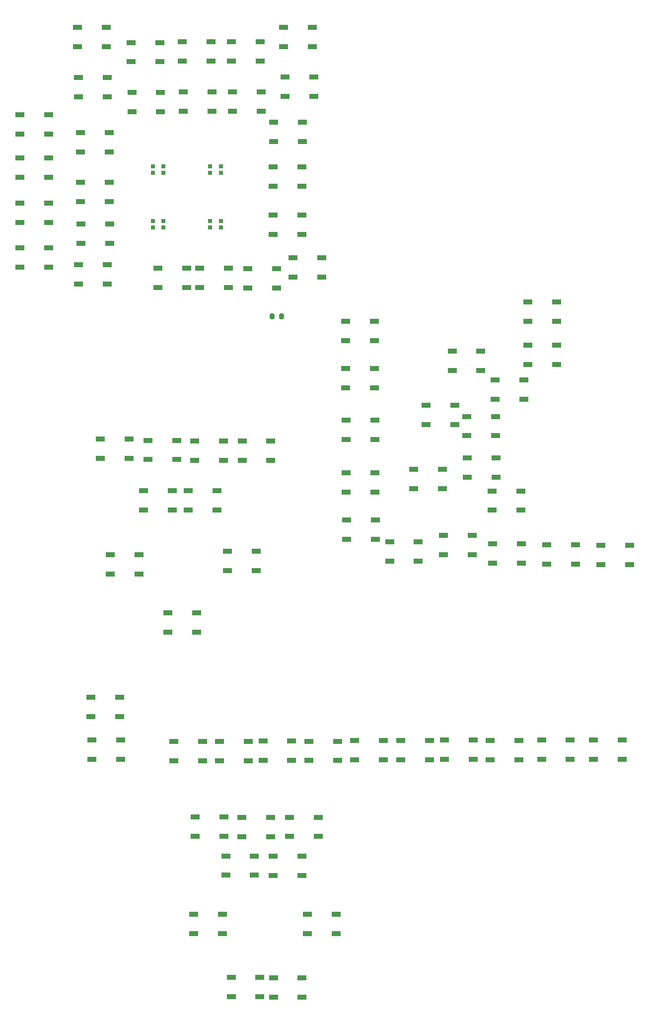
<source format=gbr>
%TF.GenerationSoftware,KiCad,Pcbnew,(6.0.9)*%
%TF.CreationDate,2022-12-27T00:48:20-09:00*%
%TF.ProjectId,PCB_ ECM DISP PANEL,5043422c-2045-4434-9d20-444953502050,rev?*%
%TF.SameCoordinates,Original*%
%TF.FileFunction,Paste,Top*%
%TF.FilePolarity,Positive*%
%FSLAX46Y46*%
G04 Gerber Fmt 4.6, Leading zero omitted, Abs format (unit mm)*
G04 Created by KiCad (PCBNEW (6.0.9)) date 2022-12-27 00:48:20*
%MOMM*%
%LPD*%
G01*
G04 APERTURE LIST*
G04 Aperture macros list*
%AMRoundRect*
0 Rectangle with rounded corners*
0 $1 Rounding radius*
0 $2 $3 $4 $5 $6 $7 $8 $9 X,Y pos of 4 corners*
0 Add a 4 corners polygon primitive as box body*
4,1,4,$2,$3,$4,$5,$6,$7,$8,$9,$2,$3,0*
0 Add four circle primitives for the rounded corners*
1,1,$1+$1,$2,$3*
1,1,$1+$1,$4,$5*
1,1,$1+$1,$6,$7*
1,1,$1+$1,$8,$9*
0 Add four rect primitives between the rounded corners*
20,1,$1+$1,$2,$3,$4,$5,0*
20,1,$1+$1,$4,$5,$6,$7,0*
20,1,$1+$1,$6,$7,$8,$9,0*
20,1,$1+$1,$8,$9,$2,$3,0*%
G04 Aperture macros list end*
%ADD10R,1.500000X0.900000*%
%ADD11R,0.700000X0.700000*%
%ADD12RoundRect,0.200000X-0.200000X-0.275000X0.200000X-0.275000X0.200000X0.275000X-0.200000X0.275000X0*%
G04 APERTURE END LIST*
D10*
%TO.C,D2*%
X58103600Y-10821400D03*
X58103600Y-14121400D03*
X63003600Y-14121400D03*
X63003600Y-10821400D03*
%TD*%
%TO.C,D3*%
X67210600Y-13387000D03*
X67210600Y-16687000D03*
X72110600Y-16687000D03*
X72110600Y-13387000D03*
%TD*%
%TO.C,D4*%
X75922800Y-13285400D03*
X75922800Y-16585400D03*
X80822800Y-16585400D03*
X80822800Y-13285400D03*
%TD*%
%TO.C,D5*%
X84304800Y-13285400D03*
X84304800Y-16585400D03*
X89204800Y-16585400D03*
X89204800Y-13285400D03*
%TD*%
%TO.C,D6*%
X93245600Y-10770800D03*
X93245600Y-14070800D03*
X98145600Y-14070800D03*
X98145600Y-10770800D03*
%TD*%
%TO.C,D7*%
X58267600Y-19355600D03*
X58267600Y-22655600D03*
X63167600Y-22655600D03*
X63167600Y-19355600D03*
%TD*%
%TO.C,D8*%
X67363000Y-21921400D03*
X67363000Y-25221400D03*
X72263000Y-25221400D03*
X72263000Y-21921400D03*
%TD*%
%TO.C,D9*%
X76126000Y-21794000D03*
X76126000Y-25094000D03*
X81026000Y-25094000D03*
X81026000Y-21794000D03*
%TD*%
%TO.C,D10*%
X84505800Y-21819400D03*
X84505800Y-25119400D03*
X89405800Y-25119400D03*
X89405800Y-21819400D03*
%TD*%
%TO.C,D11*%
X93474200Y-19304800D03*
X93474200Y-22604800D03*
X98374200Y-22604800D03*
X98374200Y-19304800D03*
%TD*%
%TO.C,D12*%
X48262200Y-25731000D03*
X48262200Y-29031000D03*
X53162200Y-29031000D03*
X53162200Y-25731000D03*
%TD*%
%TO.C,D13*%
X58625400Y-28753600D03*
X58625400Y-32053600D03*
X63525400Y-32053600D03*
X63525400Y-28753600D03*
%TD*%
%TO.C,D14*%
X91543800Y-27001400D03*
X91543800Y-30301400D03*
X96443800Y-30301400D03*
X96443800Y-27001400D03*
%TD*%
%TO.C,D15*%
X48262200Y-33071600D03*
X48262200Y-36371600D03*
X53162200Y-36371600D03*
X53162200Y-33071600D03*
%TD*%
%TO.C,D16*%
X58600000Y-37211800D03*
X58600000Y-40511800D03*
X63500000Y-40511800D03*
X63500000Y-37211800D03*
%TD*%
%TO.C,D17*%
X91416800Y-34621000D03*
X91416800Y-37921000D03*
X96316800Y-37921000D03*
X96316800Y-34621000D03*
%TD*%
%TO.C,D18*%
X48262200Y-40767800D03*
X48262200Y-44067800D03*
X53162200Y-44067800D03*
X53162200Y-40767800D03*
%TD*%
%TO.C,D19*%
X58648600Y-44298400D03*
X58648600Y-47598400D03*
X63548600Y-47598400D03*
X63548600Y-44298400D03*
%TD*%
%TO.C,D20*%
X91442200Y-42825200D03*
X91442200Y-46125200D03*
X96342200Y-46125200D03*
X96342200Y-42825200D03*
%TD*%
%TO.C,D21*%
X48262200Y-48362400D03*
X48262200Y-51662400D03*
X53162200Y-51662400D03*
X53162200Y-48362400D03*
%TD*%
%TO.C,D22*%
X58244400Y-51283800D03*
X58244400Y-54583800D03*
X63144400Y-54583800D03*
X63144400Y-51283800D03*
%TD*%
%TO.C,D23*%
X71808000Y-51867800D03*
X71808000Y-55167800D03*
X76708000Y-55167800D03*
X76708000Y-51867800D03*
%TD*%
%TO.C,D24*%
X78945400Y-51893000D03*
X78945400Y-55193000D03*
X83845400Y-55193000D03*
X83845400Y-51893000D03*
%TD*%
%TO.C,D25*%
X87098800Y-51918400D03*
X87098800Y-55218400D03*
X91998800Y-55218400D03*
X91998800Y-51918400D03*
%TD*%
%TO.C,D26*%
X94845800Y-50064200D03*
X94845800Y-53364200D03*
X99745800Y-53364200D03*
X99745800Y-50064200D03*
%TD*%
%TO.C,D27*%
X134851000Y-57659200D03*
X134851000Y-60959200D03*
X139751000Y-60959200D03*
X139751000Y-57659200D03*
%TD*%
%TO.C,D28*%
X134851000Y-64974000D03*
X134851000Y-68274000D03*
X139751000Y-68274000D03*
X139751000Y-64974000D03*
%TD*%
%TO.C,D29*%
X121973000Y-66041200D03*
X121973000Y-69341200D03*
X126873000Y-69341200D03*
X126873000Y-66041200D03*
%TD*%
%TO.C,D30*%
X129286000Y-70917600D03*
X129286000Y-74217600D03*
X134186000Y-74217600D03*
X134186000Y-70917600D03*
%TD*%
%TO.C,D31*%
X117503000Y-75261400D03*
X117503000Y-78561400D03*
X122403000Y-78561400D03*
X122403000Y-75261400D03*
%TD*%
%TO.C,D32*%
X124485000Y-77140600D03*
X124485000Y-80440600D03*
X129385000Y-80440600D03*
X129385000Y-77140600D03*
%TD*%
%TO.C,D33*%
X124538000Y-84176800D03*
X124538000Y-87476800D03*
X129438000Y-87476800D03*
X129438000Y-84176800D03*
%TD*%
%TO.C,D34*%
X115420000Y-86158000D03*
X115420000Y-89458000D03*
X120320000Y-89458000D03*
X120320000Y-86158000D03*
%TD*%
%TO.C,D35*%
X128792000Y-89840800D03*
X128792000Y-93140800D03*
X133692000Y-93140800D03*
X133692000Y-89840800D03*
%TD*%
%TO.C,D36*%
X103787000Y-60910400D03*
X103787000Y-64210400D03*
X108687000Y-64210400D03*
X108687000Y-60910400D03*
%TD*%
%TO.C,D37*%
X103835000Y-68961800D03*
X103835000Y-72261800D03*
X108735000Y-72261800D03*
X108735000Y-68961800D03*
%TD*%
%TO.C,D38*%
X103888000Y-77776000D03*
X103888000Y-81076000D03*
X108788000Y-81076000D03*
X108788000Y-77776000D03*
%TD*%
%TO.C,D39*%
X103861000Y-86742200D03*
X103861000Y-90042200D03*
X108761000Y-90042200D03*
X108761000Y-86742200D03*
%TD*%
%TO.C,D40*%
X103976000Y-94819200D03*
X103976000Y-98119200D03*
X108876000Y-98119200D03*
X108876000Y-94819200D03*
%TD*%
%TO.C,D41*%
X111305000Y-98502000D03*
X111305000Y-101802000D03*
X116205000Y-101802000D03*
X116205000Y-98502000D03*
%TD*%
%TO.C,D42*%
X120525000Y-97410200D03*
X120525000Y-100710200D03*
X125425000Y-100710200D03*
X125425000Y-97410200D03*
%TD*%
%TO.C,D43*%
X128882000Y-98832000D03*
X128882000Y-102132000D03*
X133782000Y-102132000D03*
X133782000Y-98832000D03*
%TD*%
%TO.C,D44*%
X138102000Y-99061000D03*
X138102000Y-102361000D03*
X143002000Y-102361000D03*
X143002000Y-99061000D03*
%TD*%
%TO.C,D45*%
X147297000Y-99087000D03*
X147297000Y-102387000D03*
X152197000Y-102387000D03*
X152197000Y-99087000D03*
%TD*%
%TO.C,D46*%
X62015200Y-81001600D03*
X62015200Y-84301600D03*
X66915200Y-84301600D03*
X66915200Y-81001600D03*
%TD*%
%TO.C,D47*%
X70131600Y-81204600D03*
X70131600Y-84504600D03*
X75031600Y-84504600D03*
X75031600Y-81204600D03*
%TD*%
%TO.C,D48*%
X78081800Y-81357400D03*
X78081800Y-84657400D03*
X82981800Y-84657400D03*
X82981800Y-81357400D03*
%TD*%
%TO.C,D49*%
X86159000Y-81306200D03*
X86159000Y-84606200D03*
X91059000Y-84606200D03*
X91059000Y-81306200D03*
%TD*%
%TO.C,D50*%
X69381200Y-89815400D03*
X69381200Y-93115400D03*
X74281200Y-93115400D03*
X74281200Y-89815400D03*
%TD*%
%TO.C,D51*%
X76964200Y-89790200D03*
X76964200Y-93090200D03*
X81864200Y-93090200D03*
X81864200Y-89790200D03*
%TD*%
%TO.C,D52*%
X83681400Y-100102000D03*
X83681400Y-103402000D03*
X88581400Y-103402000D03*
X88581400Y-100102000D03*
%TD*%
%TO.C,D53*%
X73535200Y-110644000D03*
X73535200Y-113944000D03*
X78435200Y-113944000D03*
X78435200Y-110644000D03*
%TD*%
%TO.C,D54*%
X63680000Y-100712000D03*
X63680000Y-104012000D03*
X68580000Y-104012000D03*
X68580000Y-100712000D03*
%TD*%
%TO.C,D55*%
X60403400Y-125045000D03*
X60403400Y-128345000D03*
X65303400Y-128345000D03*
X65303400Y-125045000D03*
%TD*%
%TO.C,D56*%
X60516600Y-132335000D03*
X60516600Y-135635000D03*
X65416600Y-135635000D03*
X65416600Y-132335000D03*
%TD*%
%TO.C,D57*%
X74525800Y-132589000D03*
X74525800Y-135889000D03*
X79425800Y-135889000D03*
X79425800Y-132589000D03*
%TD*%
%TO.C,D58*%
X82272800Y-132564000D03*
X82272800Y-135864000D03*
X87172800Y-135864000D03*
X87172800Y-132564000D03*
%TD*%
%TO.C,D59*%
X89715000Y-132487000D03*
X89715000Y-135787000D03*
X94615000Y-135787000D03*
X94615000Y-132487000D03*
%TD*%
%TO.C,D60*%
X97538200Y-132513000D03*
X97538200Y-135813000D03*
X102438200Y-135813000D03*
X102438200Y-132513000D03*
%TD*%
%TO.C,D61*%
X105336000Y-132360000D03*
X105336000Y-135660000D03*
X110236000Y-135660000D03*
X110236000Y-132360000D03*
%TD*%
%TO.C,D62*%
X113185000Y-132360000D03*
X113185000Y-135660000D03*
X118085000Y-135660000D03*
X118085000Y-132360000D03*
%TD*%
%TO.C,D63*%
X120652000Y-132309000D03*
X120652000Y-135609000D03*
X125552000Y-135609000D03*
X125552000Y-132309000D03*
%TD*%
%TO.C,D64*%
X128425000Y-132386000D03*
X128425000Y-135686000D03*
X133325000Y-135686000D03*
X133325000Y-132386000D03*
%TD*%
%TO.C,D65*%
X137211000Y-132335000D03*
X137211000Y-135635000D03*
X142111000Y-135635000D03*
X142111000Y-132335000D03*
%TD*%
%TO.C,D66*%
X146052000Y-132284000D03*
X146052000Y-135584000D03*
X150952000Y-135584000D03*
X150952000Y-132284000D03*
%TD*%
%TO.C,D67*%
X78118800Y-145441000D03*
X78118800Y-148741000D03*
X83018800Y-148741000D03*
X83018800Y-145441000D03*
%TD*%
%TO.C,D68*%
X86082800Y-145492000D03*
X86082800Y-148792000D03*
X90982800Y-148792000D03*
X90982800Y-145492000D03*
%TD*%
%TO.C,D69*%
X94210800Y-145467000D03*
X94210800Y-148767000D03*
X99110800Y-148767000D03*
X99110800Y-145467000D03*
%TD*%
%TO.C,D70*%
X83365000Y-152071000D03*
X83365000Y-155371000D03*
X88265000Y-155371000D03*
X88265000Y-152071000D03*
%TD*%
%TO.C,D71*%
X91467600Y-152096000D03*
X91467600Y-155396000D03*
X96367600Y-155396000D03*
X96367600Y-152096000D03*
%TD*%
%TO.C,D72*%
X97295800Y-162053000D03*
X97295800Y-165353000D03*
X102195800Y-165353000D03*
X102195800Y-162053000D03*
%TD*%
%TO.C,D73*%
X91490800Y-172822000D03*
X91490800Y-176122000D03*
X96390800Y-176122000D03*
X96390800Y-172822000D03*
%TD*%
%TO.C,D74*%
X84291000Y-172797000D03*
X84291000Y-176097000D03*
X89191000Y-176097000D03*
X89191000Y-172797000D03*
%TD*%
%TO.C,D75*%
X77876400Y-162053000D03*
X77876400Y-165353000D03*
X82776400Y-165353000D03*
X82776400Y-162053000D03*
%TD*%
D11*
%TO.C,D76*%
X72744572Y-35610522D03*
X72744572Y-34510522D03*
X70914572Y-34510522D03*
X70914572Y-35610522D03*
%TD*%
%TO.C,D77*%
X82523572Y-35610522D03*
X82523572Y-34510522D03*
X80693572Y-34510522D03*
X80693572Y-35610522D03*
%TD*%
%TO.C,D78*%
X80693572Y-43781522D03*
X80693572Y-44881522D03*
X82523572Y-44881522D03*
X82523572Y-43781522D03*
%TD*%
%TO.C,D79*%
X70914572Y-43781522D03*
X70914572Y-44881522D03*
X72744572Y-44881522D03*
X72744572Y-43781522D03*
%TD*%
D12*
%TO.C,R1*%
X91250000Y-60071000D03*
X92900000Y-60071000D03*
%TD*%
M02*

</source>
